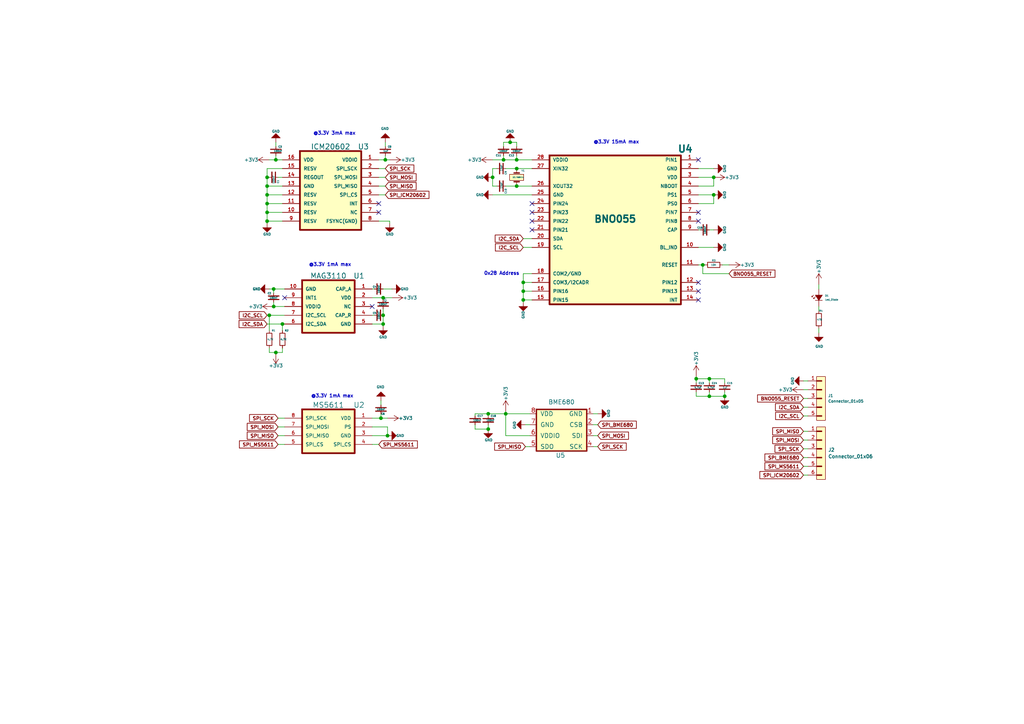
<source format=kicad_sch>
(kicad_sch (version 20211123) (generator eeschema)
  (paper "A4")
  (title_block (title "Büşra Söğütlü") (date "2020-03-03"))
  (lib_symbols
    (symbol "BME680:BME680" (pin_names (offset 1.016))
      (property "Reference" "U" (at 0 -7.62 0))
      (property "Value" "BME680" (at 0 6.985 0))
      (symbol "BME680_0_1"
        (rectangle (start -6.985 5.715) (end 7.62 -6.35) (stroke (width 0.4064)) (fill (type background)))
      )
      (symbol "BME680_1_1"
        (pin power_in line (at 9.525 4.445 180) (length 2.0066) (name "GND") (number "1"))
        (pin input line (at 9.525 1.27 180) (length 2.0066) (name "CSB") (number "2"))
        (pin input line (at 9.525 -1.905 180) (length 2.0066) (name "SDI") (number "3"))
        (pin input line (at 9.525 -5.08 180) (length 2.0066) (name "SCK") (number "4"))
        (pin output line (at -8.89 -5.08 0) (length 2.0066) (name "SDO") (number "5"))
        (pin power_in line (at -8.89 -1.905 0) (length 2.0066) (name "VDDIO") (number "6"))
        (pin power_in line (at -8.89 1.27 0) (length 2.0066) (name "GND") (number "7"))
        (pin power_in line (at -8.89 4.445 0) (length 2.0066) (name "VDD") (number "8"))
      )
    )
    (symbol "BNO055:BNO055" (pin_names (offset 1.016))
      (property "Reference" "U" (at 0 20.32 0))
      (property "Value" "BNO055" (at 0 0 0))
      (symbol "BNO055_0_1"
        (rectangle (start -19.05 17.78) (end 19.05 -25.4) (stroke (width 0.508)) (fill (type background)))
      )
      (symbol "BNO055_1_1"
        (pin bidirectional line (at 24.13 16.51 180) (length 5.0038) (name "PIN1") (number "1"))
        (pin input line (at 24.13 -8.89 180) (length 5.0038) (name "BL_IND") (number "10"))
        (pin input line (at 24.13 -13.97 180) (length 5.0038) (name "RESET") (number "11"))
        (pin bidirectional line (at 24.13 -19.05 180) (length 5.0038) (name "PIN12") (number "12"))
        (pin bidirectional line (at 24.13 -21.59 180) (length 5.0038) (name "PIN13") (number "13"))
        (pin output line (at 24.13 -24.13 180) (length 5.0038) (name "INT") (number "14"))
        (pin input line (at -24.13 -24.13 0) (length 5.0038) (name "PIN15") (number "15"))
        (pin input line (at -24.13 -21.59 0) (length 5.0038) (name "PIN16") (number "16"))
        (pin input line (at -24.13 -19.05 0) (length 5.0038) (name "COM3/I2CADR") (number "17"))
        (pin input line (at -24.13 -16.51 0) (length 5.0038) (name "COM2/GND") (number "18"))
        (pin bidirectional line (at -24.13 -8.89 0) (length 5.0038) (name "SCL") (number "19"))
        (pin power_in line (at 24.13 13.97 180) (length 5.0038) (name "GND") (number "2"))
        (pin bidirectional line (at -24.13 -6.35 0) (length 5.0038) (name "SDA") (number "20"))
        (pin bidirectional line (at -24.13 -3.81 0) (length 5.0038) (name "PIN21") (number "21"))
        (pin bidirectional line (at -24.13 -1.27 0) (length 5.0038) (name "PIN22") (number "22"))
        (pin bidirectional line (at -24.13 1.27 0) (length 5.0038) (name "PIN23") (number "23"))
        (pin bidirectional line (at -24.13 3.81 0) (length 5.0038) (name "PIN24") (number "24"))
        (pin power_in line (at -24.13 6.35 0) (length 5.0038) (name "GND") (number "25"))
        (pin bidirectional line (at -24.13 8.89 0) (length 5.0038) (name "XOUT32") (number "26"))
        (pin bidirectional line (at -24.13 13.97 0) (length 5.0038) (name "XIN32") (number "27"))
        (pin power_in line (at -24.13 16.51 0) (length 5.0038) (name "VDDIO") (number "28"))
        (pin power_in line (at 24.13 11.43 180) (length 5.0038) (name "VDD") (number "3"))
        (pin input line (at 24.13 8.89 180) (length 5.0038) (name "NBOOT") (number "4"))
        (pin input line (at 24.13 6.35 180) (length 5.0038) (name "PS1") (number "5"))
        (pin input line (at 24.13 3.81 180) (length 5.0038) (name "PS0") (number "6"))
        (pin bidirectional line (at 24.13 1.27 180) (length 5.0038) (name "PIN7") (number "7"))
        (pin bidirectional line (at 24.13 -1.27 180) (length 5.0038) (name "PIN8") (number "8"))
        (pin input line (at 24.13 -3.81 180) (length 5.0038) (name "CAP") (number "9"))
      )
    )
    (symbol "Capacitor:Capacitor" (pin_numbers hide) (pin_names (offset 0.254) hide)
      (property "Reference" "C" (at 0.381 1.016 0))
      (property "Value" "Capacitor" (at 0.127 0 0))
      (symbol "Capacitor_0_1"
        (polyline (pts (xy -1.524 -0.508) (xy 1.524 -0.508)) (stroke (width 0.3302)))
        (polyline (pts (xy -1.524 0.508) (xy 1.524 0.508)) (stroke (width 0.3048)))
      )
      (symbol "Capacitor_1_1"
        (pin passive line (at 0 1.27 270) (length 0.635) (name "~") (number "1"))
        (pin passive line (at 0 -1.27 90) (length 0.635) (name "~") (number "2"))
      )
    )
    (symbol "Connector_01x05:Connector_01x05" (pin_names (offset 1.016) hide)
      (property "Reference" "J" (at 0 6.985 0))
      (property "Value" "Connector_01x05" (at 2.032 0 90))
      (symbol "Connector_01x05_0_1"
        (rectangle (start -1.27 -4.953) (end 0.254 -5.207) (fill (type outline)))
        (rectangle (start -1.27 -2.413) (end 0.254 -2.667) (fill (type outline)))
        (rectangle (start -1.27 0.127) (end 0.254 -0.127) (fill (type outline)))
        (rectangle (start -1.27 2.667) (end 0.254 2.413) (fill (type outline)))
        (rectangle (start -1.27 5.207) (end 0.254 4.953) (fill (type outline)))
        (rectangle (start -1.27 6.35) (end 1.27 -6.35) (fill (type background)))
      )
      (symbol "Connector_01x05_1_1"
        (pin passive line (at -3.81 5.08 0) (length 2.9972) (name "P1") (number "1"))
        (pin passive line (at -3.81 2.54 0) (length 2.9972) (name "P2") (number "2"))
        (pin passive line (at -3.81 0 0) (length 2.9972) (name "P3") (number "3"))
        (pin passive line (at -3.81 -2.54 0) (length 2.9972) (name "P4") (number "4"))
        (pin passive line (at -3.81 -5.08 0) (length 2.9972) (name "P5") (number "5"))
      )
    )
    (symbol "Connector_01x06:Connector_01x06" (pin_names (offset 1.016) hide)
      (property "Reference" "J" (at 0 8.255 0))
      (property "Value" "Connector_01x06" (at 2.159 0.127 90))
      (symbol "Connector_01x06_0_1"
        (rectangle (start -1.27 -6.223) (end 0.254 -6.477) (fill (type outline)))
        (rectangle (start -1.27 -3.683) (end 0.254 -3.937) (fill (type outline)))
        (rectangle (start -1.27 -1.143) (end 0.254 -1.397) (fill (type outline)))
        (rectangle (start -1.27 1.397) (end 0.254 1.143) (fill (type outline)))
        (rectangle (start -1.27 3.937) (end 0.254 3.683) (fill (type outline)))
        (rectangle (start -1.27 6.477) (end 0.254 6.223) (fill (type outline)))
        (rectangle (start -1.27 7.62) (end 1.27 -7.62) (fill (type background)))
      )
      (symbol "Connector_01x06_1_1"
        (pin passive line (at -3.81 6.35 0) (length 2.9972) (name "P1") (number "1"))
        (pin passive line (at -3.81 3.81 0) (length 2.9972) (name "P2") (number "2"))
        (pin passive line (at -3.81 1.27 0) (length 2.9972) (name "P3") (number "3"))
        (pin passive line (at -3.81 -1.27 0) (length 2.9972) (name "P4") (number "4"))
        (pin passive line (at -3.81 -3.81 0) (length 2.9972) (name "P5") (number "5"))
        (pin passive line (at -3.81 -6.35 0) (length 2.9972) (name "P6") (number "6"))
      )
    )
    (symbol "Crystal_2Pin:Crystal_2Pin" (pin_numbers hide) (pin_names (offset 1.016) hide)
      (property "Reference" "Y" (at 0.127 2.413 0))
      (property "Value" "Crystal_2Pin" (at 0 -0.127 90))
      (symbol "Crystal_2Pin_0_1"
        (rectangle (start -0.889 2.032) (end 0.889 -2.032) (fill (type background)))
        (polyline (pts (xy -1.27 -0.762) (xy -1.27 0.762)) (stroke (width 0.381)))
        (polyline (pts (xy 1.27 -0.762) (xy 1.27 0.762)) (stroke (width 0.381)))
      )
      (symbol "Crystal_2Pin_1_1"
        (pin passive line (at -2.54 0 0) (length 1.27) (name "~") (number "1"))
        (pin passive line (at 2.54 0 180) (length 1.27) (name "~") (number "2"))
      )
    )
    (symbol "GND:GND" (power) (pin_names (offset 0))
      (property "Value" "GND" (at 0 -3.175 0))
      (symbol "GND_0_1"
        (polyline (pts (xy 0 0) (xy 0 -1.27) (xy 1.27 -1.27) (xy 0 -2.54) (xy -1.27 -1.27) (xy 0 -1.27)) (fill (type outline)))
      )
      (symbol "GND_1_1"
        (pin power_in line (at 0 0 270) (length 0) hide (name "GND") (number "1"))
      )
    )
    (symbol "ICM20602:ICM20602" (pin_names (offset 1.016))
      (property "Reference" "U" (at 7.62 11.43 0))
      (property "Value" "ICM20602" (at 0 -14.605 0))
      (symbol "ICM20602_0_1"
        (rectangle (start -8.89 10.16) (end 8.89 -12.7) (stroke (width 0.508)) (fill (type background)))
      )
      (symbol "ICM20602_1_1"
        (pin input line (at 13.97 7.62 180) (length 5.08) (name "VDDIO") (number "1"))
        (pin input line (at -13.97 -7.62 0) (length 5.08) (name "RESV") (number "10"))
        (pin input line (at -13.97 -5.08 0) (length 5.08) (name "RESV") (number "11"))
        (pin input line (at -13.97 -2.54 0) (length 5.08) (name "RESV") (number "12"))
        (pin input line (at -13.97 0 0) (length 5.08) (name "GND") (number "13"))
        (pin input line (at -13.97 2.54 0) (length 5.08) (name "REGOUT") (number "14"))
        (pin input line (at -13.97 5.08 0) (length 5.08) (name "RESV") (number "15"))
        (pin input line (at -13.97 7.62 0) (length 5.08) (name "VDD") (number "16"))
        (pin input line (at 13.97 5.08 180) (length 5.08) (name "SPI_SCK") (number "2"))
        (pin input line (at 13.97 2.54 180) (length 5.08) (name "SPI_MOSI") (number "3"))
        (pin input line (at 13.97 0 180) (length 5.08) (name "SPI_MISO") (number "4"))
        (pin input line (at 13.97 -2.54 180) (length 5.08) (name "SPI_CS") (number "5"))
        (pin input line (at 13.97 -5.08 180) (length 5.08) (name "INT") (number "6"))
        (pin input line (at 13.97 -7.62 180) (length 5.08) (name "NC") (number "7"))
        (pin input line (at 13.97 -10.16 180) (length 5.08) (name "FSYNC(GND)") (number "8"))
        (pin input line (at -13.97 -10.16 0) (length 5.08) (name "RESV") (number "9"))
      )
    )
    (symbol "Led:Led_Diode" (pin_numbers hide) (pin_names (offset 0.254) hide)
      (property "Reference" "D" (at -1.778 0.508 0))
      (property "Value" "Led_Diode" (at 0.127 -1.524 0))
      (symbol "Led_Diode_0_1"
        (polyline (pts (xy -0.762 -1.016) (xy -0.762 1.016)))
        (polyline (pts (xy -0.762 0) (xy 0.762 0)))
        (polyline (pts (xy -0.254 1.524) (xy 0 1.524)))
        (polyline (pts (xy 0.254 2.032) (xy 0.508 2.032)))
        (polyline (pts (xy 0.254 1.016) (xy -0.254 1.524) (xy -0.254 1.27)))
        (polyline (pts (xy 0.762 1.524) (xy 0.254 2.032) (xy 0.254 1.778)))
        (polyline (pts (xy 0.762 -1.016) (xy -0.762 0) (xy 0.762 1.016) (xy 0.762 -1.016)) (fill (type outline)))
      )
      (symbol "Led_Diode_1_1"
        (pin passive line (at -2.54 0 0) (length 1.778) (name "K") (number "1"))
        (pin passive line (at 2.54 0 180) (length 1.778) (name "A") (number "2"))
      )
    )
    (symbol "MAG3110:MAG3110" (pin_names (offset 1.016))
      (property "Reference" "U" (at 5.08 8.89 0))
      (property "Value" "MAG3110" (at 0.254 -9.652 0))
      (symbol "MAG3110_0_1"
        (rectangle (start -7.62 7.62) (end 7.62 -7.62) (stroke (width 0.508)) (fill (type background)))
      )
      (symbol "MAG3110_1_1"
        (pin input line (at 12.7 5.08 180) (length 5.0038) (name "CAP_A") (number "1"))
        (pin input line (at -12.7 5.08 0) (length 5.0038) (name "GND") (number "10"))
        (pin input line (at 12.7 2.54 180) (length 5.0038) (name "VDD") (number "2"))
        (pin input line (at 12.7 0 180) (length 5.0038) (name "NC") (number "3"))
        (pin input line (at 12.7 -2.54 180) (length 5.0038) (name "CAP_R") (number "4"))
        (pin input line (at 12.7 -5.08 180) (length 5.0038) (name "GND") (number "5"))
        (pin input line (at -12.7 -5.08 0) (length 5.0038) (name "I2C_SDA") (number "6"))
        (pin input line (at -12.7 -2.54 0) (length 5.0038) (name "I2C_SCL") (number "7"))
        (pin input line (at -12.7 0 0) (length 5.0038) (name "VDDIO") (number "8"))
        (pin input line (at -12.7 2.54 0) (length 5.0038) (name "INT1") (number "9"))
      )
    )
    (symbol "MS5611:MS5611" (pin_names (offset 1.016))
      (property "Reference" "U" (at 0 7.62 0))
      (property "Value" "MS5611" (at 0 -8.001 0))
      (symbol "MS5611_0_1"
        (rectangle (start -7.62 6.35) (end 7.62 -6.35) (stroke (width 0.508)) (fill (type background)))
      )
      (symbol "MS5611_1_1"
        (pin input line (at 12.7 3.81 180) (length 5.08) (name "VDD") (number "1"))
        (pin input line (at 12.7 1.27 180) (length 5.0038) (name "PS") (number "2"))
        (pin input line (at 12.7 -1.27 180) (length 5.0038) (name "GND") (number "3"))
        (pin input line (at 12.7 -3.81 180) (length 5.0038) (name "SPI_CS") (number "4"))
        (pin input line (at -12.7 -3.81 0) (length 5.0038) (name "SPI_CS") (number "5"))
        (pin input line (at -12.7 -1.27 0) (length 5.0038) (name "SPI_MISO") (number "6"))
        (pin input line (at -12.7 1.27 0) (length 5.0038) (name "SPI_MOSI") (number "7"))
        (pin input line (at -12.7 3.81 0) (length 5.0038) (name "SPI_SCK") (number "8"))
      )
    )
    (symbol "Resistor:Resistor" (pin_numbers hide) (pin_names (offset 0.254) hide)
      (property "Reference" "R" (at -0.381 1.143 0))
      (property "Value" "Resistor" (at 0 0 0))
      (symbol "Resistor_0_1"
        (rectangle (start -1.778 -0.762) (end 1.778 0.762) (stroke (width 0.2032)))
      )
      (symbol "Resistor_1_1"
        (pin passive line (at -2.54 0 0) (length 0.762) (name "~") (number "1"))
        (pin passive line (at 2.54 0 180) (length 0.762) (name "~") (number "2"))
      )
    )
    (symbol "Sensor-Board-rescue:+3.3V-+3.3V" (power) (pin_names (offset 0))
      (property "Value" "+3.3V-+3.3V" (at 0 3.81 0))
      (symbol "+3.3V-+3.3V_0_1"
        (polyline (pts (xy -0.762 1.905) (xy 0 3.175)))
        (polyline (pts (xy 0 0) (xy 0 2.54)))
        (polyline (pts (xy 0 2.54) (xy 0 3.175)))
        (polyline (pts (xy 0 3.175) (xy 0.762 1.905)))
      )
      (symbol "+3.3V-+3.3V_1_1"
        (pin power_in line (at 0 0 90) (length 0) hide (name "+3V3") (number "1"))
      )
    )
  )
  (junction (at 205.74 114.935))
  (junction (at 77.47 51.435))
  (junction (at 207.01 56.515))
  (junction (at 111.125 86.36))
  (junction (at 111.125 91.44))
  (junction (at 151.765 81.915))
  (junction (at 81.915 93.98))
  (junction (at 77.47 64.135))
  (junction (at 111.76 46.355))
  (junction (at 77.47 59.055))
  (junction (at 111.125 93.98))
  (junction (at 77.47 53.975))
  (junction (at 112.395 126.365))
  (junction (at 146.05 46.355))
  (junction (at 110.49 121.285))
  (junction (at 79.375 88.9))
  (junction (at 210.185 114.935))
  (junction (at 207.01 51.435))
  (junction (at 149.86 53.975))
  (junction (at 141.605 124.46))
  (junction (at 147.955 41.275))
  (junction (at 78.105 91.44))
  (junction (at 80.01 46.355))
  (junction (at 149.86 48.895))
  (junction (at 142.875 51.435))
  (junction (at 203.835 76.835))
  (junction (at 77.47 56.515))
  (junction (at 151.765 84.455))
  (junction (at 79.375 83.82))
  (junction (at 77.47 61.595))
  (junction (at 201.93 109.855))
  (junction (at 141.605 120.015))
  (junction (at 80.01 102.235))
  (junction (at 205.74 109.855))
  (junction (at 146.685 120.015))
  (junction (at 151.765 86.995))
  (junction (at 149.86 46.355))
  (no_connect (at 154.305 61.595))
  (no_connect (at 202.565 84.455))
  (no_connect (at 202.565 86.995))
  (no_connect (at 107.95 88.9))
  (no_connect (at 202.565 64.135))
  (no_connect (at 154.305 59.055))
  (no_connect (at 202.565 46.355))
  (no_connect (at 202.565 81.915))
  (no_connect (at 109.855 61.595))
  (no_connect (at 109.855 59.055))
  (no_connect (at 154.305 64.135))
  (no_connect (at 154.305 66.675))
  (no_connect (at 82.55 86.36))
  (no_connect (at 202.565 61.595))
  (wire (pts (xy 234.315 137.795) (xy 233.045 137.795)))
  (wire (pts (xy 234.315 125.095) (xy 233.045 125.095)))
  (wire (pts (xy 81.915 51.435) (xy 80.645 51.435)))
  (wire (pts (xy 151.765 86.995) (xy 151.765 87.63)))
  (wire (pts (xy 107.95 126.365) (xy 112.395 126.365)))
  (wire (pts (xy 81.915 93.98) (xy 82.55 93.98)))
  (wire (pts (xy 108.585 83.82) (xy 107.95 83.82)))
  (wire (pts (xy 211.455 79.375) (xy 203.835 79.375)))
  (wire (pts (xy 80.01 46.355) (xy 78.105 46.355)))
  (wire (pts (xy 234.315 120.65) (xy 233.045 120.65)))
  (wire (pts (xy 204.47 76.835) (xy 203.835 76.835)))
  (wire (pts (xy 113.03 46.355) (xy 111.76 46.355)))
  (wire (pts (xy 77.47 56.515) (xy 77.47 59.055)))
  (wire (pts (xy 173.355 120.015) (xy 172.085 120.015)))
  (wire (pts (xy 77.47 93.98) (xy 81.915 93.98)))
  (wire (pts (xy 205.74 113.665) (xy 205.74 114.935)))
  (wire (pts (xy 77.47 51.435) (xy 77.47 53.975)))
  (wire (pts (xy 79.375 83.82) (xy 82.55 83.82)))
  (wire (pts (xy 210.185 111.125) (xy 210.185 109.855)))
  (wire (pts (xy 78.105 100.965) (xy 78.105 102.235)))
  (wire (pts (xy 211.455 76.835) (xy 209.55 76.835)))
  (wire (pts (xy 234.315 113.03) (xy 233.045 113.03)))
  (wire (pts (xy 113.665 86.36) (xy 111.125 86.36)))
  (wire (pts (xy 144.145 48.895) (xy 142.875 48.895)))
  (wire (pts (xy 82.55 126.365) (xy 80.645 126.365)))
  (wire (pts (xy 146.685 120.015) (xy 141.605 120.015)))
  (wire (pts (xy 146.685 48.895) (xy 149.86 48.895)))
  (wire (pts (xy 144.145 53.975) (xy 142.875 53.975)))
  (wire (pts (xy 154.305 81.915) (xy 151.765 81.915)))
  (wire (pts (xy 146.685 126.365) (xy 146.685 120.015)))
  (wire (pts (xy 201.93 109.22) (xy 201.93 109.855)))
  (wire (pts (xy 81.915 48.895) (xy 77.47 48.895)))
  (wire (pts (xy 154.305 53.975) (xy 149.86 53.975)))
  (wire (pts (xy 151.765 81.915) (xy 151.765 84.455)))
  (wire (pts (xy 78.105 51.435) (xy 77.47 51.435)))
  (wire (pts (xy 111.76 46.355) (xy 109.855 46.355)))
  (wire (pts (xy 207.01 56.515) (xy 202.565 56.515)))
  (wire (pts (xy 137.795 124.46) (xy 141.605 124.46)))
  (wire (pts (xy 142.875 46.355) (xy 146.05 46.355)))
  (wire (pts (xy 201.93 109.855) (xy 201.93 111.125)))
  (wire (pts (xy 111.125 93.98) (xy 111.125 91.44)))
  (wire (pts (xy 153.67 129.54) (xy 152.4 129.54)))
  (wire (pts (xy 146.05 42.545) (xy 146.05 41.275)))
  (wire (pts (xy 77.47 48.895) (xy 77.47 51.435)))
  (wire (pts (xy 151.765 84.455) (xy 151.765 86.995)))
  (wire (pts (xy 154.305 86.995) (xy 151.765 86.995)))
  (wire (pts (xy 107.95 123.825) (xy 112.395 123.825)))
  (wire (pts (xy 111.125 89.535) (xy 111.125 91.44)))
  (wire (pts (xy 202.565 59.055) (xy 207.01 59.055)))
  (wire (pts (xy 108.585 91.44) (xy 107.95 91.44)))
  (wire (pts (xy 173.355 126.365) (xy 172.085 126.365)))
  (wire (pts (xy 202.565 51.435) (xy 207.01 51.435)))
  (wire (pts (xy 142.875 56.515) (xy 154.305 56.515)))
  (wire (pts (xy 202.565 48.895) (xy 207.01 48.895)))
  (wire (pts (xy 234.315 127.635) (xy 233.045 127.635)))
  (wire (pts (xy 237.49 83.82) (xy 237.49 82.55)))
  (wire (pts (xy 77.47 53.975) (xy 77.47 56.515)))
  (wire (pts (xy 111.76 51.435) (xy 109.855 51.435)))
  (wire (pts (xy 146.685 126.365) (xy 153.67 126.365)))
  (wire (pts (xy 81.915 100.965) (xy 81.915 102.235)))
  (wire (pts (xy 173.355 129.54) (xy 172.085 129.54)))
  (wire (pts (xy 78.105 83.82) (xy 79.375 83.82)))
  (wire (pts (xy 149.86 45.085) (xy 149.86 46.355)))
  (wire (pts (xy 79.375 85.09) (xy 79.375 83.82)))
  (wire (pts (xy 81.915 102.235) (xy 80.01 102.235)))
  (wire (pts (xy 111.76 48.895) (xy 109.855 48.895)))
  (wire (pts (xy 107.95 128.905) (xy 109.855 128.905)))
  (wire (pts (xy 201.93 113.665) (xy 201.93 114.935)))
  (wire (pts (xy 107.95 121.285) (xy 110.49 121.285)))
  (wire (pts (xy 78.105 91.44) (xy 82.55 91.44)))
  (wire (pts (xy 112.395 123.825) (xy 112.395 126.365)))
  (wire (pts (xy 149.86 46.355) (xy 154.305 46.355)))
  (wire (pts (xy 201.93 114.935) (xy 205.74 114.935)))
  (wire (pts (xy 107.95 93.98) (xy 111.125 93.98)))
  (wire (pts (xy 81.915 53.975) (xy 77.47 53.975)))
  (wire (pts (xy 81.915 59.055) (xy 77.47 59.055)))
  (wire (pts (xy 202.565 53.975) (xy 207.01 53.975)))
  (wire (pts (xy 82.55 121.285) (xy 80.645 121.285)))
  (wire (pts (xy 113.03 64.77) (xy 113.03 64.135)))
  (wire (pts (xy 81.915 61.595) (xy 77.47 61.595)))
  (wire (pts (xy 110.49 117.475) (xy 110.49 116.205)))
  (wire (pts (xy 137.795 120.015) (xy 137.795 120.65)))
  (wire (pts (xy 210.185 113.665) (xy 210.185 114.935)))
  (wire (pts (xy 234.315 132.715) (xy 233.045 132.715)))
  (wire (pts (xy 111.76 42.545) (xy 111.76 41.275)))
  (wire (pts (xy 234.315 130.175) (xy 233.045 130.175)))
  (wire (pts (xy 205.74 109.855) (xy 201.93 109.855)))
  (wire (pts (xy 205.74 114.935) (xy 210.185 114.935)))
  (wire (pts (xy 113.03 64.135) (xy 109.855 64.135)))
  (wire (pts (xy 110.49 121.285) (xy 112.395 121.285)))
  (wire (pts (xy 111.125 86.36) (xy 111.125 86.995)))
  (wire (pts (xy 77.47 91.44) (xy 78.105 91.44)))
  (wire (pts (xy 234.315 110.49) (xy 233.045 110.49)))
  (wire (pts (xy 207.01 59.055) (xy 207.01 56.515)))
  (wire (pts (xy 111.76 56.515) (xy 109.855 56.515)))
  (wire (pts (xy 80.01 45.085) (xy 80.01 46.355)))
  (wire (pts (xy 149.86 41.275) (xy 147.955 41.275)))
  (wire (pts (xy 137.795 123.19) (xy 137.795 124.46)))
  (wire (pts (xy 111.76 45.085) (xy 111.76 46.355)))
  (wire (pts (xy 141.605 120.015) (xy 137.795 120.015)))
  (wire (pts (xy 77.47 64.135) (xy 77.47 64.77)))
  (wire (pts (xy 78.105 95.885) (xy 78.105 91.44)))
  (wire (pts (xy 234.315 115.57) (xy 233.045 115.57)))
  (wire (pts (xy 111.125 93.98) (xy 111.125 94.615)))
  (wire (pts (xy 79.375 87.63) (xy 79.375 88.9)))
  (wire (pts (xy 173.355 123.19) (xy 172.085 123.19)))
  (wire (pts (xy 151.765 71.755) (xy 154.305 71.755)))
  (wire (pts (xy 78.105 102.235) (xy 80.01 102.235)))
  (wire (pts (xy 234.315 118.11) (xy 233.045 118.11)))
  (wire (pts (xy 142.875 53.975) (xy 142.875 51.435)))
  (wire (pts (xy 80.645 128.905) (xy 82.55 128.905)))
  (wire (pts (xy 111.76 53.975) (xy 109.855 53.975)))
  (wire (pts (xy 207.01 71.755) (xy 202.565 71.755)))
  (wire (pts (xy 107.95 86.36) (xy 111.125 86.36)))
  (wire (pts (xy 81.915 56.515) (xy 77.47 56.515)))
  (wire (pts (xy 146.685 120.015) (xy 146.685 119.38)))
  (wire (pts (xy 237.49 96.52) (xy 237.49 95.25)))
  (wire (pts (xy 149.86 53.975) (xy 146.685 53.975)))
  (wire (pts (xy 80.645 123.825) (xy 82.55 123.825)))
  (wire (pts (xy 81.915 46.355) (xy 80.01 46.355)))
  (wire (pts (xy 205.74 66.675) (xy 207.01 66.675)))
  (wire (pts (xy 207.01 53.975) (xy 207.01 51.435)))
  (wire (pts (xy 153.67 123.19) (xy 152.4 123.19)))
  (wire (pts (xy 141.605 123.19) (xy 141.605 124.46)))
  (wire (pts (xy 205.74 111.125) (xy 205.74 109.855)))
  (wire (pts (xy 146.05 45.085) (xy 146.05 46.355)))
  (wire (pts (xy 203.2 66.675) (xy 202.565 66.675)))
  (wire (pts (xy 146.685 120.015) (xy 153.67 120.015)))
  (wire (pts (xy 154.305 79.375) (xy 151.765 79.375)))
  (wire (pts (xy 203.835 79.375) (xy 203.835 76.835)))
  (wire (pts (xy 142.875 48.895) (xy 142.875 51.435)))
  (wire (pts (xy 80.01 41.275) (xy 80.01 42.545)))
  (wire (pts (xy 210.185 109.855) (xy 205.74 109.855)))
  (wire (pts (xy 146.05 46.355) (xy 149.86 46.355)))
  (wire (pts (xy 81.915 64.135) (xy 77.47 64.135)))
  (wire (pts (xy 237.49 90.17) (xy 237.49 88.9)))
  (wire (pts (xy 154.305 69.215) (xy 151.765 69.215)))
  (wire (pts (xy 141.605 120.015) (xy 141.605 120.65)))
  (wire (pts (xy 154.305 48.895) (xy 149.86 48.895)))
  (wire (pts (xy 77.47 59.055) (xy 77.47 61.595)))
  (wire (pts (xy 110.49 120.015) (xy 110.49 121.285)))
  (wire (pts (xy 79.375 88.9) (xy 82.55 88.9)))
  (wire (pts (xy 77.47 61.595) (xy 77.47 64.135)))
  (wire (pts (xy 154.305 84.455) (xy 151.765 84.455)))
  (wire (pts (xy 234.315 135.255) (xy 233.045 135.255)))
  (wire (pts (xy 151.765 79.375) (xy 151.765 81.915)))
  (wire (pts (xy 203.835 76.835) (xy 202.565 76.835)))
  (wire (pts (xy 146.05 41.275) (xy 147.955 41.275)))
  (wire (pts (xy 113.665 83.82) (xy 111.125 83.82)))
  (wire (pts (xy 81.915 95.885) (xy 81.915 93.98)))
  (wire (pts (xy 149.86 42.545) (xy 149.86 41.275)))
  (text "@3.3V 15mA max" (at 172.085 41.91 0) (effects (font (size 0.9906 0.9906) (thickness 0.1981) bold) (justify left bottom)))
  (text "@3.3V 3mA max" (at 90.805 39.37 0) (effects (font (size 0.9906 0.9906) (thickness 0.1981) bold) (justify left bottom)))
  (text "0x28 Address" (at 140.335 80.01 0) (effects (font (size 0.9906 0.9906) (thickness 0.1981) bold) (justify left bottom)))
  (text "@3.3V 1mA max" (at 89.535 77.47 0) (effects (font (size 0.9906 0.9906) (thickness 0.1981) bold) (justify left bottom)))
  (text "@3.3V 1mA max" (at 90.17 115.57 0) (effects (font (size 0.9906 0.9906) (thickness 0.1981) bold) (justify left bottom)))
  (global_label "SPI_MOSI" (shape input) (at 111.76 51.435 0) (effects (font (size 0.9906 0.9906) (thickness 0.1981) bold)) (property "Intersheet References" "${INTERSHEET_REFS}" (effects hide)))
  (global_label "BNO055_RESET" (shape input) (at 211.455 79.375 0) (effects (font (size 0.9906 0.9906) (thickness 0.1981) bold)) (property "Intersheet References" "${INTERSHEET_REFS}" (effects hide)))
  (global_label "I2C_SDA" (shape input) (at 151.765 69.215 180) (effects (font (size 0.9906 0.9906) (thickness 0.1981) bold)) (property "Intersheet References" "${INTERSHEET_REFS}" (effects hide)))
  (global_label "SPI_MS5611" (shape input) (at 109.855 128.905 0) (effects (font (size 0.9906 0.9906) (thickness 0.1981) bold)) (property "Intersheet References" "${INTERSHEET_REFS}" (effects hide)))
  (global_label "SPI_ICM20602" (shape input) (at 111.76 56.515 0) (effects (font (size 0.9906 0.9906) (thickness 0.1981) bold)) (property "Intersheet References" "${INTERSHEET_REFS}" (effects hide)))
  (global_label "BNO055_RESET" (shape input) (at 233.045 115.57 180) (effects (font (size 0.9906 0.9906) (thickness 0.1981) bold)) (property "Intersheet References" "${INTERSHEET_REFS}" (effects hide)))
  (global_label "SPI_BME680" (shape input) (at 173.355 123.19 0) (effects (font (size 0.9906 0.9906) (thickness 0.1981) bold)) (property "Intersheet References" "${INTERSHEET_REFS}" (effects hide)))
  (global_label "SPI_MS5611" (shape input) (at 233.045 135.255 180) (effects (font (size 0.9906 0.9906) (thickness 0.1981) bold)) (property "Intersheet References" "${INTERSHEET_REFS}" (effects hide)))
  (global_label "SPI_ICM20602" (shape input) (at 233.045 137.795 180) (effects (font (size 0.9906 0.9906) (thickness 0.1981) bold)) (property "Intersheet References" "${INTERSHEET_REFS}" (effects hide)))
  (global_label "SPI_MOSI" (shape input) (at 173.355 126.365 0) (effects (font (size 0.9906 0.9906) (thickness 0.1981) bold)) (property "Intersheet References" "${INTERSHEET_REFS}" (effects hide)))
  (global_label "SPI_MISO" (shape input) (at 152.4 129.54 180) (effects (font (size 0.9906 0.9906) (thickness 0.1981) bold)) (property "Intersheet References" "${INTERSHEET_REFS}" (effects hide)))
  (global_label "SPI_MISO" (shape input) (at 80.645 126.365 180) (effects (font (size 0.9906 0.9906) (thickness 0.1981) bold)) (property "Intersheet References" "${INTERSHEET_REFS}" (effects hide)))
  (global_label "SPI_SCK" (shape input) (at 173.355 129.54 0) (effects (font (size 0.9906 0.9906) (thickness 0.1981) bold)) (property "Intersheet References" "${INTERSHEET_REFS}" (effects hide)))
  (global_label "I2C_SCL" (shape input) (at 151.765 71.755 180) (effects (font (size 0.9906 0.9906) (thickness 0.1981) bold)) (property "Intersheet References" "${INTERSHEET_REFS}" (effects hide)))
  (global_label "SPI_MOSI" (shape input) (at 80.645 123.825 180) (effects (font (size 0.9906 0.9906) (thickness 0.1981) bold)) (property "Intersheet References" "${INTERSHEET_REFS}" (effects hide)))
  (global_label "SPI_SCK" (shape input) (at 111.76 48.895 0) (effects (font (size 0.9906 0.9906) (thickness 0.1981) bold)) (property "Intersheet References" "${INTERSHEET_REFS}" (effects hide)))
  (global_label "SPI_MISO" (shape input) (at 233.045 125.095 180) (effects (font (size 0.9906 0.9906) (thickness 0.1981) bold)) (property "Intersheet References" "${INTERSHEET_REFS}" (effects hide)))
  (global_label "SPI_SCK" (shape input) (at 80.645 121.285 180) (effects (font (size 0.9906 0.9906) (thickness 0.1981) bold)) (property "Intersheet References" "${INTERSHEET_REFS}" (effects hide)))
  (global_label "I2C_SCL" (shape input) (at 233.045 120.65 180) (effects (font (size 0.9906 0.9906) (thickness 0.1981) bold)) (property "Intersheet References" "${INTERSHEET_REFS}" (effects hide)))
  (global_label "I2C_SDA" (shape input) (at 77.47 93.98 180) (effects (font (size 0.9906 0.9906) (thickness 0.1981) bold)) (property "Intersheet References" "${INTERSHEET_REFS}" (effects hide)))
  (global_label "SPI_SCK" (shape input) (at 233.045 130.175 180) (effects (font (size 0.9906 0.9906) (thickness 0.1981) bold)) (property "Intersheet References" "${INTERSHEET_REFS}" (effects hide)))
  (global_label "I2C_SCL" (shape input) (at 77.47 91.44 180) (effects (font (size 0.9906 0.9906) (thickness 0.1981) bold)) (property "Intersheet References" "${INTERSHEET_REFS}" (effects hide)))
  (global_label "SPI_MS5611" (shape input) (at 80.645 128.905 180) (effects (font (size 0.9906 0.9906) (thickness 0.1981) bold)) (property "Intersheet References" "${INTERSHEET_REFS}" (effects hide)))
  (global_label "SPI_MISO" (shape input) (at 111.76 53.975 0) (effects (font (size 0.9906 0.9906) (thickness 0.1981) bold)) (property "Intersheet References" "${INTERSHEET_REFS}" (effects hide)))
  (global_label "SPI_MOSI" (shape input) (at 233.045 127.635 180) (effects (font (size 0.9906 0.9906) (thickness 0.1981) bold)) (property "Intersheet References" "${INTERSHEET_REFS}" (effects hide)))
  (global_label "I2C_SDA" (shape input) (at 233.045 118.11 180) (effects (font (size 0.9906 0.9906) (thickness 0.1981) bold)) (property "Intersheet References" "${INTERSHEET_REFS}" (effects hide)))
  (global_label "SPI_BME680" (shape input) (at 233.045 132.715 180) (effects (font (size 0.9906 0.9906) (thickness 0.1981) bold)) (property "Intersheet References" "${INTERSHEET_REFS}" (effects hide)))
  (symbol (lib_id "ICM20602:ICM20602") (at 95.885 53.975 0) (unit 1)
    (property "Reference" "U3" (at 105.41 42.545 0) (effects (font (size 1.524 1.524))))
    (property "Value" "ICM20602" (at 95.885 42.545 0) (effects (font (size 1.524 1.524))))
    (property "Footprint" "Footprints:LGA16_3x3mm_P0.5mm" (effects hide))
  )
  (symbol (lib_id "BNO055:BNO055") (at 178.435 62.865 0) (unit 1)
    (property "Reference" "U4" (at 198.755 43.18 0) (effects (font (size 2.0066 2.0066) bold)))
    (property "Value" "BNO055" (at 178.435 63.5 0) (effects (font (size 2.0066 2.0066) bold)))
    (property "Footprint" "Footprints:LGA28_3.8x5.2mm_P0.5mm" (effects hide))
  )
  (symbol (lib_id "MAG3110:MAG3110") (at 95.25 88.9 0) (unit 1)
    (property "Reference" "U1" (at 104.14 80.01 0) (effects (font (size 1.524 1.524))))
    (property "Value" "MAG3110" (at 95.25 80.01 0) (effects (font (size 1.524 1.524))))
    (property "Footprint" "Footprints:MAG3110" (effects hide))
  )
  (symbol (lib_id "MS5611:MS5611") (at 95.25 125.095 0) (unit 1)
    (property "Reference" "U2" (at 104.14 117.475 0) (effects (font (size 1.524 1.524))))
    (property "Value" "MS5611" (at 95.25 117.475 0) (effects (font (size 1.524 1.524))))
    (property "Footprint" "Footprints:MS56xx" (effects hide))
  )
  (symbol (lib_id "Sensor-Board-rescue:+3.3V-+3.3V") (at 78.105 46.355 90) (unit 1)
    (property "Reference" "#PWR02" (effects hide))
    (property "Value" "+3.3V" (at 74.93 46.355 90) (effects (font (size 0.9906 0.9906)) (justify left)))
  )
  (symbol (lib_id "Capacitor:Capacitor") (at 80.01 43.815 0) (unit 1)
    (property "Reference" "C3" (at 80.645 42.545 0) (effects (font (size 0.508 0.508) bold) (justify left)))
    (property "Value" "100nF" (at 79.375 43.815 0) (effects (font (size 0.508 0.508) bold) (justify left)))
    (property "Footprint" "Footprints:SMD_0402" (effects hide))
  )
  (symbol (lib_id "GND:GND") (at 80.01 41.275 180) (unit 1)
    (property "Reference" "#PWR05" (effects hide))
    (property "Value" "GND" (at 80.01 38.1 0) (effects (font (size 0.7112 0.7112))))
  )
  (symbol (lib_id "Capacitor:Capacitor") (at 79.375 51.435 270) (unit 1)
    (property "Reference" "C1" (at 80.645 52.07 0) (effects (font (size 0.508 0.508) bold) (justify left)))
    (property "Value" "100nF" (at 79.375 50.8 0) (effects (font (size 0.508 0.508) bold) (justify left)))
    (property "Footprint" "Footprints:SMD_0402" (effects hide))
  )
  (symbol (lib_id "GND:GND") (at 77.47 64.77 0) (unit 1)
    (property "Reference" "#PWR01" (effects hide))
    (property "Value" "GND" (at 77.47 67.945 0) (effects (font (size 0.7112 0.7112))))
  )
  (symbol (lib_id "GND:GND") (at 113.03 64.77 0) (unit 1)
    (property "Reference" "#PWR012" (effects hide))
    (property "Value" "GND" (at 113.03 67.945 0) (effects (font (size 0.7112 0.7112))))
  )
  (symbol (lib_id "Sensor-Board-rescue:+3.3V-+3.3V") (at 113.03 46.355 270) (unit 1)
    (property "Reference" "#PWR011" (effects hide))
    (property "Value" "+3.3V" (at 116.205 46.355 90) (effects (font (size 0.9906 0.9906)) (justify left)))
  )
  (symbol (lib_id "Capacitor:Capacitor") (at 111.76 43.815 0) (unit 1)
    (property "Reference" "C8" (at 112.395 42.545 0) (effects (font (size 0.508 0.508) bold) (justify left)))
    (property "Value" "1uF" (at 111.125 43.815 0) (effects (font (size 0.508 0.508) bold) (justify left)))
    (property "Footprint" "Footprints:SMD_0603" (effects hide))
  )
  (symbol (lib_id "GND:GND") (at 111.76 41.275 180) (unit 1)
    (property "Reference" "#PWR08" (effects hide))
    (property "Value" "GND" (at 111.633 37.3126 0) (effects (font (size 0.7112 0.7112))))
  )
  (symbol (lib_id "GND:GND") (at 78.105 83.82 270) (unit 1)
    (property "Reference" "#PWR03" (effects hide))
    (property "Value" "GND" (at 75.565 83.82 90) (effects (font (size 0.7112 0.7112)) (justify right)))
  )
  (symbol (lib_id "Sensor-Board-rescue:+3.3V-+3.3V") (at 79.375 88.9 90) (unit 1)
    (property "Reference" "#PWR04" (effects hide))
    (property "Value" "+3.3V" (at 76.2 88.9 90) (effects (font (size 0.9906 0.9906)) (justify left)))
  )
  (symbol (lib_id "Capacitor:Capacitor") (at 79.375 86.36 180) (unit 1)
    (property "Reference" "C2" (at 78.74 85.09 0) (effects (font (size 0.508 0.508) bold) (justify left)))
    (property "Value" "100nF" (at 80.645 86.36 0) (effects (font (size 0.508 0.508) bold) (justify left)))
    (property "Footprint" "Footprints:SMD_0402" (effects hide))
  )
  (symbol (lib_id "Resistor:Resistor") (at 78.105 98.425 270) (unit 1)
    (property "Reference" "R1" (at 78.74 95.885 90) (effects (font (size 0.508 0.508) bold) (justify left)))
    (property "Value" "4.7K" (at 77.47 98.425 90) (effects (font (size 0.508 0.508) bold) (justify left)))
    (property "Footprint" "Footprints:SMD_0402" (effects hide))
  )
  (symbol (lib_id "Resistor:Resistor") (at 81.915 98.425 270) (unit 1)
    (property "Reference" "R2" (at 82.55 95.885 90) (effects (font (size 0.508 0.508) bold) (justify left)))
    (property "Value" "4.7K" (at 81.28 98.425 90) (effects (font (size 0.508 0.508) bold) (justify left)))
    (property "Footprint" "Footprints:SMD_0402" (effects hide))
  )
  (symbol (lib_id "Capacitor:Capacitor") (at 210.185 112.395 0) (unit 1)
    (property "Reference" "C15" (at 210.82 111.125 0) (effects (font (size 0.508 0.508) bold) (justify left)))
    (property "Value" "1uF" (at 209.55 112.395 0) (effects (font (size 0.508 0.508) bold) (justify left)))
    (property "Footprint" "Footprints:SMD_0603" (effects hide))
  )
  (symbol (lib_id "Capacitor:Capacitor") (at 205.74 112.395 0) (unit 1)
    (property "Reference" "C14" (at 206.375 111.125 0) (effects (font (size 0.508 0.508) bold) (justify left)))
    (property "Value" "4.7uF" (at 205.105 112.395 0) (effects (font (size 0.508 0.508) bold) (justify left)))
    (property "Footprint" "Footprints:SMD_0603" (effects hide))
  )
  (symbol (lib_id "Capacitor:Capacitor") (at 201.93 112.395 0) (unit 1)
    (property "Reference" "C13" (at 202.565 111.125 0) (effects (font (size 0.508 0.508) bold) (justify left)))
    (property "Value" "4.7uF" (at 201.295 112.395 0) (effects (font (size 0.508 0.508) bold) (justify left)))
    (property "Footprint" "Footprints:SMD_0603" (effects hide))
  )
  (symbol (lib_id "Sensor-Board-rescue:+3.3V-+3.3V") (at 80.01 102.235 180) (unit 1)
    (property "Reference" "#PWR06" (effects hide))
    (property "Value" "+3.3V" (at 80.01 106.045 0) (effects (font (size 0.9906 0.9906))))
  )
  (symbol (lib_id "GND:GND") (at 210.185 114.935 0) (unit 1)
    (property "Reference" "#PWR021" (effects hide))
    (property "Value" "GND" (at 210.185 118.11 0) (effects (font (size 0.7112 0.7112))))
  )
  (symbol (lib_id "Sensor-Board-rescue:+3.3V-+3.3V") (at 201.93 109.22 0) (unit 1)
    (property "Reference" "#PWR020" (effects hide))
    (property "Value" "+3.3V" (at 201.93 106.045 90) (effects (font (size 0.9906 0.9906)) (justify left)))
  )
  (symbol (lib_id "GND:GND") (at 111.125 94.615 0) (unit 1)
    (property "Reference" "#PWR07" (effects hide))
    (property "Value" "GND" (at 111.125 97.79 0) (effects (font (size 0.7112 0.7112))))
  )
  (symbol (lib_id "Capacitor:Capacitor") (at 109.855 91.44 90) (unit 1)
    (property "Reference" "C5" (at 109.22 90.805 90) (effects (font (size 0.508 0.508) bold) (justify left)))
    (property "Value" "100nF" (at 109.855 92.71 0) (effects (font (size 0.508 0.508) bold) (justify left)))
    (property "Footprint" "Footprints:SMD_0402" (effects hide))
  )
  (symbol (lib_id "Capacitor:Capacitor") (at 111.125 88.265 0) (unit 1)
    (property "Reference" "C7" (at 111.76 87.63 90) (effects (font (size 0.508 0.508) bold) (justify left)))
    (property "Value" "100nF" (at 109.855 88.265 0) (effects (font (size 0.508 0.508) bold) (justify left)))
    (property "Footprint" "Footprints:SMD_0402" (effects hide))
  )
  (symbol (lib_id "Sensor-Board-rescue:+3.3V-+3.3V") (at 113.665 86.36 270) (unit 1)
    (property "Reference" "#PWR014" (effects hide))
    (property "Value" "+3.3V" (at 116.84 86.36 90) (effects (font (size 0.9906 0.9906)) (justify left)))
  )
  (symbol (lib_id "Capacitor:Capacitor") (at 109.855 83.82 90) (unit 1)
    (property "Reference" "C4" (at 109.22 83.185 90) (effects (font (size 0.508 0.508) bold) (justify left)))
    (property "Value" "100nF" (at 109.855 85.09 0) (effects (font (size 0.508 0.508) bold) (justify left)))
    (property "Footprint" "Footprints:SMD_0402" (effects hide))
  )
  (symbol (lib_id "GND:GND") (at 113.665 83.82 90) (unit 1)
    (property "Reference" "#PWR013" (effects hide))
    (property "Value" "GND" (at 116.205 83.82 90) (effects (font (size 0.7112 0.7112)) (justify right)))
  )
  (symbol (lib_id "GND:GND") (at 112.395 126.365 90) (unit 1)
    (property "Reference" "#PWR010" (effects hide))
    (property "Value" "GND" (at 114.935 126.365 90) (effects (font (size 0.7112 0.7112)) (justify right)))
  )
  (symbol (lib_id "Sensor-Board-rescue:+3.3V-+3.3V") (at 112.395 121.285 270) (unit 1)
    (property "Reference" "#PWR09" (effects hide))
    (property "Value" "+3.3V" (at 115.57 121.285 90) (effects (font (size 0.9906 0.9906)) (justify left)))
  )
  (symbol (lib_id "Capacitor:Capacitor") (at 110.49 118.745 0) (unit 1)
    (property "Reference" "C6" (at 110.49 120.015 0) (effects (font (size 0.508 0.508) bold) (justify left)))
    (property "Value" "100nF" (at 109.22 118.745 0) (effects (font (size 0.508 0.508) bold) (justify left)))
    (property "Footprint" "Footprints:SMD_0402" (effects hide))
  )
  (symbol (lib_id "Connector_01x05:Connector_01x05") (at 238.125 115.57 0) (unit 1)
    (property "Reference" "J1" (at 240.1062 114.7572 0) (effects (font (size 0.7874 0.7874) bold) (justify left)))
    (property "Value" "Connector_01x05" (at 240.1062 116.3574 0) (effects (font (size 0.7874 0.7874) bold) (justify left)))
    (property "Footprint" "Footprints:PinHeader_1x5_P2.5mm" (effects hide))
  )
  (symbol (lib_id "GND:GND") (at 233.045 110.49 270) (unit 1)
    (property "Reference" "#PWR022" (effects hide))
    (property "Value" "GND" (at 229.87 110.49 0) (effects (font (size 0.7112 0.7112))))
  )
  (symbol (lib_id "Sensor-Board-rescue:+3.3V-+3.3V") (at 233.045 113.03 90) (unit 1)
    (property "Reference" "#PWR023" (effects hide))
    (property "Value" "+3.3V" (at 229.87 113.03 90) (effects (font (size 0.9906 0.9906)) (justify left)))
  )
  (symbol (lib_id "Crystal_2Pin:Crystal_2Pin") (at 149.86 51.435 270) (unit 1)
    (property "Reference" "Y1" (at 151.13 49.53 90) (effects (font (size 0.508 0.508) bold) (justify left)))
    (property "Value" "32.768KHz" (at 148.59 51.435 90) (effects (font (size 0.4064 0.4064) bold) (justify left)))
    (property "Footprint" "Footprints:ABS05_32.768KHz" (effects hide))
  )
  (symbol (lib_id "GND:GND") (at 142.875 56.515 270) (unit 1)
    (property "Reference" "#PWR017" (effects hide))
    (property "Value" "GND" (at 140.335 56.515 90) (effects (font (size 0.7112 0.7112)) (justify right)))
  )
  (symbol (lib_id "Capacitor:Capacitor") (at 145.415 53.975 270) (unit 1)
    (property "Reference" "C10" (at 146.685 54.61 0) (effects (font (size 0.508 0.508) bold) (justify left)))
    (property "Value" "15pF" (at 145.415 52.705 0) (effects (font (size 0.508 0.508) bold) (justify left)))
    (property "Footprint" "Footprints:SMD_0402" (effects hide))
  )
  (symbol (lib_id "GND:GND") (at 142.875 51.435 270) (unit 1)
    (property "Reference" "#PWR016" (effects hide))
    (property "Value" "GND" (at 140.335 51.435 90) (effects (font (size 0.7112 0.7112)) (justify right)))
  )
  (symbol (lib_id "Capacitor:Capacitor") (at 145.415 48.895 270) (unit 1)
    (property "Reference" "C9" (at 146.685 49.53 0) (effects (font (size 0.508 0.508) bold) (justify left)))
    (property "Value" "15pF" (at 145.415 47.625 0) (effects (font (size 0.508 0.508) bold) (justify left)))
    (property "Footprint" "Footprints:SMD_0402" (effects hide))
  )
  (symbol (lib_id "Sensor-Board-rescue:+3.3V-+3.3V") (at 142.875 46.355 90) (unit 1)
    (property "Reference" "#PWR015" (effects hide))
    (property "Value" "+3.3V" (at 139.7 46.355 90) (effects (font (size 0.9906 0.9906)) (justify left)))
  )
  (symbol (lib_id "Capacitor:Capacitor") (at 146.05 43.815 180) (unit 1)
    (property "Reference" "C11" (at 145.415 45.085 0) (effects (font (size 0.508 0.508) bold) (justify left)))
    (property "Value" "100nF" (at 147.32 43.815 0) (effects (font (size 0.508 0.508) bold) (justify left)))
    (property "Footprint" "Footprints:SMD_0402" (effects hide))
  )
  (symbol (lib_id "Capacitor:Capacitor") (at 149.86 43.815 180) (unit 1)
    (property "Reference" "C12" (at 149.225 45.085 0) (effects (font (size 0.508 0.508) bold) (justify left)))
    (property "Value" "100nF" (at 151.13 43.815 0) (effects (font (size 0.508 0.508) bold) (justify left)))
    (property "Footprint" "Footprints:SMD_0402" (effects hide))
  )
  (symbol (lib_id "GND:GND") (at 147.955 41.275 180) (unit 1)
    (property "Reference" "#PWR018" (effects hide))
    (property "Value" "GND" (at 147.955 38.1 0) (effects (font (size 0.7112 0.7112))))
  )
  (symbol (lib_id "GND:GND") (at 151.765 87.63 0) (unit 1)
    (property "Reference" "#PWR019" (effects hide))
    (property "Value" "GND" (at 151.765 90.17 90) (effects (font (size 0.7112 0.7112)) (justify right)))
  )
  (symbol (lib_id "GND:GND") (at 207.01 48.895 90) (unit 1)
    (property "Reference" "#PWR024" (effects hide))
    (property "Value" "GND" (at 210.185 48.895 0) (effects (font (size 0.7112 0.7112))))
  )
  (symbol (lib_id "Sensor-Board-rescue:+3.3V-+3.3V") (at 207.01 51.435 270) (unit 1)
    (property "Reference" "#PWR025" (effects hide))
    (property "Value" "+3.3V" (at 210.185 51.435 90) (effects (font (size 0.9906 0.9906)) (justify left)))
  )
  (symbol (lib_id "GND:GND") (at 207.01 56.515 90) (unit 1)
    (property "Reference" "#PWR026" (effects hide))
    (property "Value" "GND" (at 210.185 56.515 0) (effects (font (size 0.7112 0.7112))))
  )
  (symbol (lib_id "GND:GND") (at 207.01 66.675 90) (unit 1)
    (property "Reference" "#PWR027" (effects hide))
    (property "Value" "GND" (at 210.185 66.675 0) (effects (font (size 0.7112 0.7112))))
  )
  (symbol (lib_id "Capacitor:Capacitor") (at 204.47 66.675 90) (unit 1)
    (property "Reference" "C16" (at 203.835 66.04 90) (effects (font (size 0.508 0.508) bold) (justify left)))
    (property "Value" "100nF" (at 204.47 67.945 0) (effects (font (size 0.508 0.508) bold) (justify left)))
    (property "Footprint" "Footprints:SMD_0402" (effects hide))
  )
  (symbol (lib_id "GND:GND") (at 207.01 71.755 90) (unit 1)
    (property "Reference" "#PWR028" (effects hide))
    (property "Value" "GND" (at 210.185 71.755 0) (effects (font (size 0.7112 0.7112))))
  )
  (symbol (lib_id "Resistor:Resistor") (at 207.01 76.835 0) (unit 1)
    (property "Reference" "R3" (at 207.01 75.565 0) (effects (font (size 0.508 0.508) bold)))
    (property "Value" "10K" (at 207.01 76.835 0) (effects (font (size 0.508 0.508) bold)))
    (property "Footprint" "Footprints:SMD_0402" (effects hide))
  )
  (symbol (lib_id "Sensor-Board-rescue:+3.3V-+3.3V") (at 211.455 76.835 270) (unit 1)
    (property "Reference" "#PWR029" (effects hide))
    (property "Value" "+3.3V" (at 214.63 76.835 90) (effects (font (size 0.9906 0.9906)) (justify left)))
  )
  (symbol (lib_id "Led:Led_Diode") (at 237.49 86.36 90) (unit 1)
    (property "Reference" "D1" (at 239.2172 85.7758 90) (effects (font (size 0.508 0.508) bold) (justify right)))
    (property "Value" "Led_Diode" (at 239.2172 86.9188 90) (effects (font (size 0.508 0.508) bold) (justify right)))
    (property "Footprint" "Footprints:Diode_0603" (effects hide))
  )
  (symbol (lib_id "Sensor-Board-rescue:+3.3V-+3.3V") (at 237.49 82.55 0) (unit 1)
    (property "Reference" "#PWR030" (effects hide))
    (property "Value" "+3.3V" (at 237.49 79.375 90) (effects (font (size 0.9906 0.9906)) (justify left)))
  )
  (symbol (lib_id "Resistor:Resistor") (at 237.49 92.71 270) (unit 1)
    (property "Reference" "R4" (at 237.49 90.17 90) (effects (font (size 0.508 0.508) bold) (justify left)))
    (property "Value" "470" (at 236.855 92.71 90) (effects (font (size 0.508 0.508) bold) (justify left)))
    (property "Footprint" "Footprints:SMD_0402" (effects hide))
  )
  (symbol (lib_id "GND:GND") (at 237.49 96.52 0) (unit 1)
    (property "Reference" "#PWR031" (effects hide))
    (property "Value" "GND" (at 237.617 100.4824 0) (effects (font (size 0.7112 0.7112))))
  )
  (symbol (lib_id "GND:GND") (at 110.49 116.205 180) (unit 1)
    (property "Reference" "#PWR0101" (effects hide))
    (property "Value" "GND" (at 110.363 112.2426 0) (effects (font (size 0.7112 0.7112))))
  )
  (symbol (lib_id "BME680:BME680") (at 162.56 124.46 0) (unit 1)
    (property "Reference" "U5" (at 162.56 132.08 0))
    (property "Value" "BME680" (at 162.8648 116.6114 0))
    (property "Footprint" "Footprints:BME680" (effects hide))
  )
  (symbol (lib_id "Sensor-Board-rescue:+3.3V-+3.3V") (at 146.685 119.38 0) (unit 1)
    (property "Reference" "#PWR033" (effects hide))
    (property "Value" "+3.3V" (at 146.685 116.205 90) (effects (font (size 0.9906 0.9906)) (justify left)))
  )
  (symbol (lib_id "GND:GND") (at 152.4 123.19 270) (unit 1)
    (property "Reference" "#PWR034" (effects hide))
    (property "Value" "GND" (at 149.225 124.46 0) (effects (font (size 0.7112 0.7112)) (justify right)))
  )
  (symbol (lib_id "GND:GND") (at 173.355 120.015 90) (unit 1)
    (property "Reference" "#PWR035" (effects hide))
    (property "Value" "GND" (at 176.53 118.745 0) (effects (font (size 0.7112 0.7112)) (justify right)))
  )
  (symbol (lib_id "Capacitor:Capacitor") (at 137.795 121.92 0) (unit 1)
    (property "Reference" "C17" (at 138.43 120.65 0) (effects (font (size 0.508 0.508) bold) (justify left)))
    (property "Value" "100nF" (at 137.16 121.92 0) (effects (font (size 0.508 0.508) bold) (justify left)))
    (property "Footprint" "Footprints:SMD_0402" (effects hide))
  )
  (symbol (lib_id "Capacitor:Capacitor") (at 141.605 121.92 0) (unit 1)
    (property "Reference" "C18" (at 142.24 120.65 0) (effects (font (size 0.508 0.508) bold) (justify left)))
    (property "Value" "100nF" (at 140.97 121.92 0) (effects (font (size 0.508 0.508) bold) (justify left)))
    (property "Footprint" "Footprints:SMD_0402" (effects hide))
  )
  (symbol (lib_id "GND:GND") (at 141.605 124.46 0) (unit 1)
    (property "Reference" "#PWR032" (effects hide))
    (property "Value" "GND" (at 142.875 127.635 0) (effects (font (size 0.7112 0.7112)) (justify right)))
  )
  (symbol (lib_id "Connector_01x06:Connector_01x06") (at 238.125 131.445 0) (unit 1)
    (property "Reference" "J2" (at 240.1062 130.4798 0) (effects (font (size 0.9906 0.9906) bold) (justify left)))
    (property "Value" "Connector_01x06" (at 240.1062 132.3848 0) (effects (font (size 0.9906 0.9906) bold) (justify left)))
    (property "Footprint" "Footprints:PinHeader_1x6_P2.5mm" (effects hide))
  )
)
</source>
